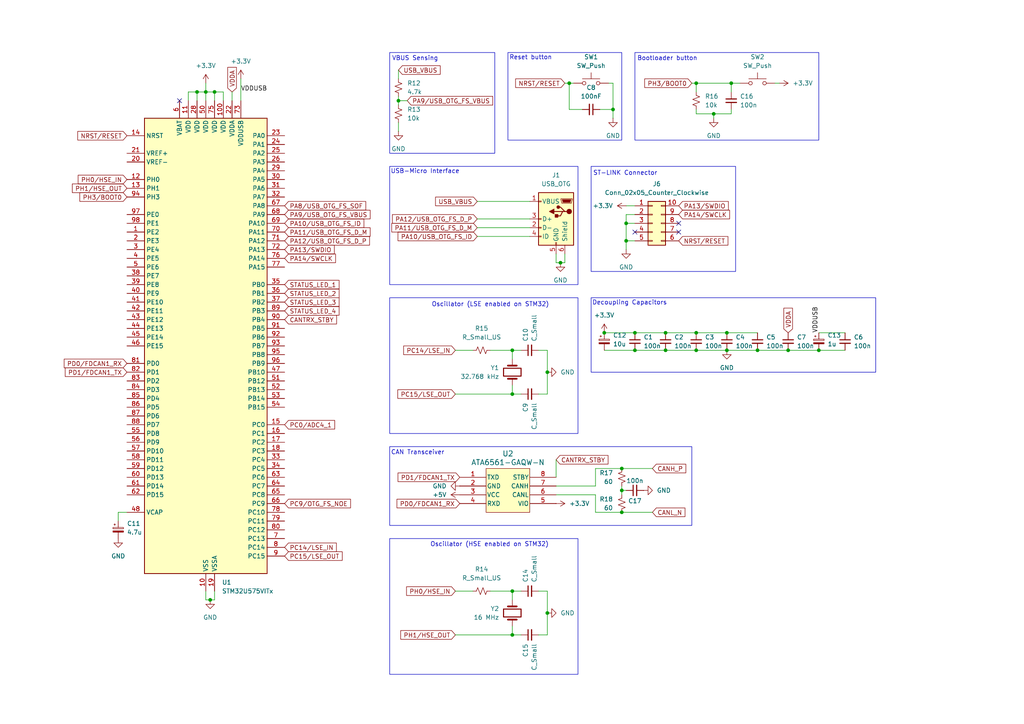
<source format=kicad_sch>
(kicad_sch (version 20250114) (generator "eeschema") (generator_version "9.0")
  (paper "A4")
  (lib_symbols
    (symbol "2025-06-09_05-00-51:ATA6561-GAQW-N" (pin_names (offset 0.254))
      (property "Reference" "U2" (at 13.97 6.858 0))
      (property "Value" "ATA6561-GAQW-N" (at 13.97 4.318 0))
      (symbol "ATA6561-GAQW-N_0_1"
        (pin unspecified line (at 0 0 0) (length 7.62) (name "TXD") (number "1"))
        (pin power_out line (at 0 -2.54 0) (length 7.62) (name "GND") (number "2"))
        (pin power_in line (at 0 -5.08 0) (length 7.62) (name "VCC") (number "3"))
        (pin unspecified line (at 0 -7.62 0) (length 7.62) (name "RXD") (number "4"))
        (pin unspecified line (at 27.94 0 180) (length 7.62) (name "STBY") (number "8"))
        (pin unspecified line (at 27.94 -2.54 180) (length 7.62) (name "CANH") (number "7"))
        (pin unspecified line (at 27.94 -5.08 180) (length 7.62) (name "CANL") (number "6"))
        (pin unspecified line (at 27.94 -7.62 180) (length 7.62) (name "VIO") (number "5"))
      )
      (symbol "ATA6561-GAQW-N_1_1"
        (rectangle (start 7.62 2.54) (end 20.32 -10.16) (fill (type background)))
      )
    )
    (symbol "Connector:USB_OTG" (pin_names (offset 1.016))
      (property "Reference" "J" (at -5.08 11.43 0))
      (property "Value" "USB_OTG" (at -5.08 8.89 0))
      (symbol "USB_OTG_0_1"
        (rectangle (start -5.08 -7.62) (end 5.08 7.62) (stroke (width 0.254)) (fill (type background)))
        (polyline (pts (xy -4.699 5.842) (xy -4.699 5.588) (xy -4.445 4.826) (xy -4.445 4.572) (xy -1.651 4.572) (xy -1.651 4.826) (xy -1.397 5.588) (xy -1.397 5.842) (xy -4.699 5.842)))
        (polyline (pts (xy -4.318 5.588) (xy -1.778 5.588) (xy -2.032 4.826) (xy -4.064 4.826) (xy -4.318 5.588)) (fill (type outline)))
        (circle (center -3.81 2.159) (radius 0.635) (stroke (width 0.254)) (fill (type outline)))
        (polyline (pts (xy -3.175 2.159) (xy -2.54 2.159) (xy -1.27 3.429) (xy -0.635 3.429)) (stroke (width 0.254)))
        (polyline (pts (xy -2.54 2.159) (xy -1.905 2.159) (xy -1.27 0.889) (xy 0 0.889)) (stroke (width 0.254)))
        (polyline (pts (xy -1.905 2.159) (xy 0.635 2.159)) (stroke (width 0.254)))
        (circle (center -0.635 3.429) (radius 0.381) (stroke (width 0.254)) (fill (type outline)))
        (rectangle (start -0.127 -7.62) (end 0.127 -6.858))
        (rectangle (start 0.254 1.27) (end -0.508 0.508) (stroke (width 0.254)) (fill (type outline)))
        (polyline (pts (xy 0.635 2.794) (xy 0.635 1.524) (xy 1.905 2.159) (xy 0.635 2.794)) (stroke (width 0.254)) (fill (type outline)))
        (rectangle (start 5.08 4.953) (end 4.318 5.207))
        (rectangle (start 5.08 -0.127) (end 4.318 0.127))
        (rectangle (start 5.08 -2.667) (end 4.318 -2.413))
        (rectangle (start 5.08 -5.207) (end 4.318 -4.953))
      )
      (symbol "USB_OTG_1_1"
        (pin passive line (at -2.54 -10.16 90) (length 2.54) (name "Shield") (number "6"))
        (pin passive line (at 0 -10.16 90) (length 2.54) (name "GND") (number "5"))
        (pin passive line (at 7.62 5.08 180) (length 2.54) (name "VBUS") (number "1"))
        (pin bidirectional line (at 7.62 0 180) (length 2.54) (name "D+") (number "3"))
        (pin bidirectional line (at 7.62 -2.54 180) (length 2.54) (name "D-") (number "2"))
        (pin passive line (at 7.62 -5.08 180) (length 2.54) (name "ID") (number "4"))
      )
    )
    (symbol "Connector_Generic:Conn_02x05_Counter_Clockwise" (pin_names (offset 1.016) (hide yes))
      (property "Reference" "J" (at 1.27 7.62 0))
      (property "Value" "Conn_02x05_Counter_Clockwise" (at 1.27 -7.62 0))
      (symbol "Conn_02x05_Counter_Clockwise_1_1"
        (rectangle (start -1.27 6.35) (end 3.81 -6.35) (stroke (width 0.254)) (fill (type background)))
        (rectangle (start -1.27 5.207) (end 0 4.953) (stroke (width 0.1524)))
        (rectangle (start -1.27 2.667) (end 0 2.413) (stroke (width 0.1524)))
        (rectangle (start -1.27 0.127) (end 0 -0.127) (stroke (width 0.1524)))
        (rectangle (start -1.27 -2.413) (end 0 -2.667) (stroke (width 0.1524)))
        (rectangle (start -1.27 -4.953) (end 0 -5.207) (stroke (width 0.1524)))
        (rectangle (start 3.81 5.207) (end 2.54 4.953) (stroke (width 0.1524)))
        (rectangle (start 3.81 2.667) (end 2.54 2.413) (stroke (width 0.1524)))
        (rectangle (start 3.81 0.127) (end 2.54 -0.127) (stroke (width 0.1524)))
        (rectangle (start 3.81 -2.413) (end 2.54 -2.667) (stroke (width 0.1524)))
        (rectangle (start 3.81 -4.953) (end 2.54 -5.207) (stroke (width 0.1524)))
        (pin passive line (at -5.08 5.08 0) (length 3.81) (name "Pin_1") (number "1"))
        (pin passive line (at -5.08 2.54 0) (length 3.81) (name "Pin_2") (number "2"))
        (pin passive line (at -5.08 0 0) (length 3.81) (name "Pin_3") (number "3"))
        (pin passive line (at -5.08 -2.54 0) (length 3.81) (name "Pin_4") (number "4"))
        (pin passive line (at -5.08 -5.08 0) (length 3.81) (name "Pin_5") (number "5"))
        (pin passive line (at 7.62 5.08 180) (length 3.81) (name "Pin_10") (number "10"))
        (pin passive line (at 7.62 2.54 180) (length 3.81) (name "Pin_9") (number "9"))
        (pin passive line (at 7.62 0 180) (length 3.81) (name "Pin_8") (number "8"))
        (pin passive line (at 7.62 -2.54 180) (length 3.81) (name "Pin_7") (number "7"))
        (pin passive line (at 7.62 -5.08 180) (length 3.81) (name "Pin_6") (number "6"))
      )
    )
    (symbol "Device:C_Polarized_Small" (pin_numbers (hide yes)) (pin_names (offset 0.254) (hide yes))
      (property "Reference" "C" (at 0.254 1.778 0))
      (property "Value" "C_Polarized_Small" (at 0.254 -2.032 0))
      (symbol "C_Polarized_Small_0_1"
        (rectangle (start -1.524 0.6858) (end 1.524 0.3048))
        (rectangle (start -1.524 -0.3048) (end 1.524 -0.6858) (fill (type outline)))
        (polyline (pts (xy -1.27 1.524) (xy -0.762 1.524)))
        (polyline (pts (xy -1.016 1.27) (xy -1.016 1.778)))
      )
      (symbol "C_Polarized_Small_1_1"
        (pin passive line (at 0 2.54 270) (length 1.8542) (name "~") (number "1"))
        (pin passive line (at 0 -2.54 90) (length 1.8542) (name "~") (number "2"))
      )
    )
    (symbol "Device:C_Small" (pin_numbers (hide yes)) (pin_names (offset 0.254) (hide yes))
      (property "Reference" "C" (at 0.254 1.778 0))
      (property "Value" "C_Small" (at 0.254 -2.032 0))
      (symbol "C_Small_0_1"
        (polyline (pts (xy -1.524 0.508) (xy 1.524 0.508)) (stroke (width 0.3048)))
        (polyline (pts (xy -1.524 -0.508) (xy 1.524 -0.508)) (stroke (width 0.3302)))
      )
      (symbol "C_Small_1_1"
        (pin passive line (at 0 2.54 270) (length 2.032) (name "~") (number "1"))
        (pin passive line (at 0 -2.54 90) (length 2.032) (name "~") (number "2"))
      )
    )
    (symbol "Device:Crystal" (pin_numbers (hide yes)) (pin_names (offset 1.016) (hide yes))
      (property "Reference" "Y" (at 0 3.81 0))
      (property "Value" "Crystal" (at 0 -3.81 0))
      (symbol "Crystal_0_1"
        (polyline (pts (xy -2.54 0) (xy -1.905 0)))
        (polyline (pts (xy -1.905 -1.27) (xy -1.905 1.27)) (stroke (width 0.508)))
        (rectangle (start -1.143 2.54) (end 1.143 -2.54) (stroke (width 0.3048)))
        (polyline (pts (xy 1.905 -1.27) (xy 1.905 1.27)) (stroke (width 0.508)))
        (polyline (pts (xy 2.54 0) (xy 1.905 0)))
      )
      (symbol "Crystal_1_1"
        (pin passive line (at -3.81 0 0) (length 1.27) (name "1") (number "1"))
        (pin passive line (at 3.81 0 180) (length 1.27) (name "2") (number "2"))
      )
    )
    (symbol "Device:R_Small_US" (pin_numbers (hide yes)) (pin_names (offset 0.254) (hide yes))
      (property "Reference" "R" (at 0.762 0.508 0))
      (property "Value" "R_Small_US" (at 0.762 -1.016 0))
      (symbol "R_Small_US_1_1"
        (polyline (pts (xy 0 1.524) (xy 1.016 1.143) (xy 0 0.762) (xy -1.016 0.381) (xy 0 0)))
        (polyline (pts (xy 0 0) (xy 1.016 -0.381) (xy 0 -0.762) (xy -1.016 -1.143) (xy 0 -1.524)))
        (pin passive line (at 0 2.54 270) (length 1.016) (name "~") (number "1"))
        (pin passive line (at 0 -2.54 90) (length 1.016) (name "~") (number "2"))
      )
    )
    (symbol "MCU_ST_STM32U5:STM32U575VITx"
      (property "Reference" "U" (at -17.78 67.31 0))
      (property "Value" "STM32U575VITx" (at 12.7 67.31 0))
      (symbol "STM32U575VITx_0_1"
        (rectangle (start -17.78 -66.04) (end 17.78 66.04) (stroke (width 0.254)) (fill (type background)))
      )
      (symbol "STM32U575VITx_1_1"
        (pin input line (at -22.86 60.96 0) (length 5.08) (name "NRST") (number "14"))
        (pin input line (at -22.86 55.88 0) (length 5.08) (name "VREF+") (number "21"))
        (pin input line (at -22.86 53.34 0) (length 5.08) (name "VREF-") (number "20"))
        (pin bidirectional line (at -22.86 48.26 0) (length 5.08) (name "PH0") (number "12"))
        (pin bidirectional line (at -22.86 45.72 0) (length 5.08) (name "PH1") (number "13"))
        (pin bidirectional line (at -22.86 43.18 0) (length 5.08) (name "PH3") (number "94"))
        (pin bidirectional line (at -22.86 38.1 0) (length 5.08) (name "PE0") (number "97"))
        (pin bidirectional line (at -22.86 35.56 0) (length 5.08) (name "PE1") (number "98"))
        (pin bidirectional line (at -22.86 33.02 0) (length 5.08) (name "PE2") (number "1"))
        (pin bidirectional line (at -22.86 30.48 0) (length 5.08) (name "PE3") (number "2"))
        (pin bidirectional line (at -22.86 27.94 0) (length 5.08) (name "PE4") (number "3"))
        (pin bidirectional line (at -22.86 25.4 0) (length 5.08) (name "PE5") (number "4"))
        (pin bidirectional line (at -22.86 22.86 0) (length 5.08) (name "PE6") (number "5"))
        (pin bidirectional line (at -22.86 20.32 0) (length 5.08) (name "PE7") (number "38"))
        (pin bidirectional line (at -22.86 17.78 0) (length 5.08) (name "PE8") (number "39"))
        (pin bidirectional line (at -22.86 15.24 0) (length 5.08) (name "PE9") (number "40"))
        (pin bidirectional line (at -22.86 12.7 0) (length 5.08) (name "PE10") (number "41"))
        (pin bidirectional line (at -22.86 10.16 0) (length 5.08) (name "PE11") (number "42"))
        (pin bidirectional line (at -22.86 7.62 0) (length 5.08) (name "PE12") (number "43"))
        (pin bidirectional line (at -22.86 5.08 0) (length 5.08) (name "PE13") (number "44"))
        (pin bidirectional line (at -22.86 2.54 0) (length 5.08) (name "PE14") (number "45"))
        (pin bidirectional line (at -22.86 0 0) (length 5.08) (name "PE15") (number "46"))
        (pin bidirectional line (at -22.86 -5.08 0) (length 5.08) (name "PD0") (number "81"))
        (pin bidirectional line (at -22.86 -7.62 0) (length 5.08) (name "PD1") (number "82"))
        (pin bidirectional line (at -22.86 -10.16 0) (length 5.08) (name "PD2") (number "83"))
        (pin bidirectional line (at -22.86 -12.7 0) (length 5.08) (name "PD3") (number "84"))
        (pin bidirectional line (at -22.86 -15.24 0) (length 5.08) (name "PD4") (number "85"))
        (pin bidirectional line (at -22.86 -17.78 0) (length 5.08) (name "PD5") (number "86"))
        (pin bidirectional line (at -22.86 -20.32 0) (length 5.08) (name "PD6") (number "87"))
        (pin bidirectional line (at -22.86 -22.86 0) (length 5.08) (name "PD7") (number "88"))
        (pin bidirectional line (at -22.86 -25.4 0) (length 5.08) (name "PD8") (number "55"))
        (pin bidirectional line (at -22.86 -27.94 0) (length 5.08) (name "PD9") (number "56"))
        (pin bidirectional line (at -22.86 -30.48 0) (length 5.08) (name "PD10") (number "57"))
        (pin bidirectional line (at -22.86 -33.02 0) (length 5.08) (name "PD11") (number "58"))
        (pin bidirectional line (at -22.86 -35.56 0) (length 5.08) (name "PD12") (number "59"))
        (pin bidirectional line (at -22.86 -38.1 0) (length 5.08) (name "PD13") (number "60"))
        (pin bidirectional line (at -22.86 -40.64 0) (length 5.08) (name "PD14") (number "61"))
        (pin bidirectional line (at -22.86 -43.18 0) (length 5.08) (name "PD15") (number "62"))
        (pin power_out line (at -22.86 -48.26 0) (length 5.08) (name "VCAP") (number "48"))
        (pin power_in line (at -7.62 71.12 270) (length 5.08) (name "VBAT") (number "6"))
        (pin power_in line (at -5.08 71.12 270) (length 5.08) (name "VDD") (number "11"))
        (pin power_in line (at -2.54 71.12 270) (length 5.08) (name "VDD") (number "28"))
        (pin power_in line (at 0 71.12 270) (length 5.08) (name "VDD") (number "50"))
        (pin power_in line (at 0 -71.12 90) (length 5.08) (name "VSS") (number "10"))
        (pin passive line (at 0 -71.12 90) (length 5.08) (hide yes) (name "VSS") (number "27"))
        (pin passive line (at 0 -71.12 90) (length 5.08) (hide yes) (name "VSS") (number "49"))
        (pin passive line (at 0 -71.12 90) (length 5.08) (hide yes) (name "VSS") (number "74"))
        (pin passive line (at 0 -71.12 90) (length 5.08) (hide yes) (name "VSS") (number "99"))
        (pin power_in line (at 2.54 71.12 270) (length 5.08) (name "VDD") (number "75"))
        (pin power_in line (at 2.54 -71.12 90) (length 5.08) (name "VSSA") (number "19"))
        (pin power_in line (at 5.08 71.12 270) (length 5.08) (name "VDD") (number "100"))
        (pin power_in line (at 7.62 71.12 270) (length 5.08) (name "VDDA") (number "22"))
        (pin power_in line (at 10.16 71.12 270) (length 5.08) (name "VDDUSB") (number "73"))
        (pin bidirectional line (at 22.86 60.96 180) (length 5.08) (name "PA0") (number "23"))
        (pin bidirectional line (at 22.86 58.42 180) (length 5.08) (name "PA1") (number "24"))
        (pin bidirectional line (at 22.86 55.88 180) (length 5.08) (name "PA2") (number "25"))
        (pin bidirectional line (at 22.86 53.34 180) (length 5.08) (name "PA3") (number "26"))
        (pin bidirectional line (at 22.86 50.8 180) (length 5.08) (name "PA4") (number "29"))
        (pin bidirectional line (at 22.86 48.26 180) (length 5.08) (name "PA5") (number "30"))
        (pin bidirectional line (at 22.86 45.72 180) (length 5.08) (name "PA6") (number "31"))
        (pin bidirectional line (at 22.86 43.18 180) (length 5.08) (name "PA7") (number "32"))
        (pin bidirectional line (at 22.86 40.64 180) (length 5.08) (name "PA8") (number "67"))
        (pin bidirectional line (at 22.86 38.1 180) (length 5.08) (name "PA9") (number "68"))
        (pin bidirectional line (at 22.86 35.56 180) (length 5.08) (name "PA10") (number "69"))
        (pin bidirectional line (at 22.86 33.02 180) (length 5.08) (name "PA11") (number "70"))
        (pin bidirectional line (at 22.86 30.48 180) (length 5.08) (name "PA12") (number "71"))
        (pin bidirectional line (at 22.86 27.94 180) (length 5.08) (name "PA13") (number "72"))
        (pin bidirectional line (at 22.86 25.4 180) (length 5.08) (name "PA14") (number "76"))
        (pin bidirectional line (at 22.86 22.86 180) (length 5.08) (name "PA15") (number "77"))
        (pin bidirectional line (at 22.86 17.78 180) (length 5.08) (name "PB0") (number "35"))
        (pin bidirectional line (at 22.86 15.24 180) (length 5.08) (name "PB1") (number "36"))
        (pin bidirectional line (at 22.86 12.7 180) (length 5.08) (name "PB2") (number "37"))
        (pin bidirectional line (at 22.86 10.16 180) (length 5.08) (name "PB3") (number "89"))
        (pin bidirectional line (at 22.86 7.62 180) (length 5.08) (name "PB4") (number "90"))
        (pin bidirectional line (at 22.86 5.08 180) (length 5.08) (name "PB5") (number "91"))
        (pin bidirectional line (at 22.86 2.54 180) (length 5.08) (name "PB6") (number "92"))
        (pin bidirectional line (at 22.86 0 180) (length 5.08) (name "PB7") (number "93"))
        (pin bidirectional line (at 22.86 -2.54 180) (length 5.08) (name "PB8") (number "95"))
        (pin bidirectional line (at 22.86 -5.08 180) (length 5.08) (name "PB9") (number "96"))
        (pin bidirectional line (at 22.86 -7.62 180) (length 5.08) (name "PB10") (number "47"))
        (pin bidirectional line (at 22.86 -10.16 180) (length 5.08) (name "PB12") (number "51"))
        (pin bidirectional line (at 22.86 -12.7 180) (length 5.08) (name "PB13") (number "52"))
        (pin bidirectional line (at 22.86 -15.24 180) (length 5.08) (name "PB14") (number "53"))
        (pin bidirectional line (at 22.86 -17.78 180) (length 5.08) (name "PB15") (number "54"))
        (pin bidirectional line (at 22.86 -22.86 180) (length 5.08) (name "PC0") (number "15"))
        (pin bidirectional line (at 22.86 -25.4 180) (length 5.08) (name "PC1") (number "16"))
        (pin bidirectional line (at 22.86 -27.94 180) (length 5.08) (name "PC2") (number "17"))
        (pin bidirectional line (at 22.86 -30.48 180) (length 5.08) (name "PC3") (number "18"))
        (pin bidirectional line (at 22.86 -33.02 180) (length 5.08) (name "PC4") (number "33"))
        (pin bidirectional line (at 22.86 -35.56 180) (length 5.08) (name "PC5") (number "34"))
        (pin bidirectional line (at 22.86 -38.1 180) (length 5.08) (name "PC6") (number "63"))
        (pin bidirectional line (at 22.86 -40.64 180) (length 5.08) (name "PC7") (number "64"))
        (pin bidirectional line (at 22.86 -43.18 180) (length 5.08) (name "PC8") (number "65"))
        (pin bidirectional line (at 22.86 -45.72 180) (length 5.08) (name "PC9") (number "66"))
        (pin bidirectional line (at 22.86 -48.26 180) (length 5.08) (name "PC10") (number "78"))
        (pin bidirectional line (at 22.86 -50.8 180) (length 5.08) (name "PC11") (number "79"))
        (pin bidirectional line (at 22.86 -53.34 180) (length 5.08) (name "PC12") (number "80"))
        (pin bidirectional line (at 22.86 -55.88 180) (length 5.08) (name "PC13") (number "7"))
        (pin bidirectional line (at 22.86 -58.42 180) (length 5.08) (name "PC14") (number "8"))
        (pin bidirectional line (at 22.86 -60.96 180) (length 5.08) (name "PC15") (number "9"))
      )
    )
    (symbol "Switch:SW_Push" (pin_numbers (hide yes)) (pin_names (offset 1.016) (hide yes))
      (property "Reference" "SW" (at 1.27 2.54 0))
      (property "Value" "SW_Push" (at 0 -1.524 0))
      (symbol "SW_Push_0_1"
        (circle (center -2.032 0) (radius 0.508))
        (polyline (pts (xy 0 1.27) (xy 0 3.048)))
        (circle (center 2.032 0) (radius 0.508))
        (polyline (pts (xy 2.54 1.27) (xy -2.54 1.27)))
        (pin passive line (at -5.08 0 0) (length 2.54) (name "1") (number "1"))
        (pin passive line (at 5.08 0 180) (length 2.54) (name "2") (number "2"))
      )
    )
    (symbol "power:+3.3V" (power) (pin_numbers (hide yes)) (pin_names (offset 0) (hide yes))
      (property "Value" "+3.3V" (at 0 3.556 0))
      (symbol "+3.3V_0_1"
        (polyline (pts (xy -0.762 1.27) (xy 0 2.54)))
        (polyline (pts (xy 0 2.54) (xy 0.762 1.27)))
        (polyline (pts (xy 0 0) (xy 0 2.54)))
      )
      (symbol "+3.3V_1_1"
        (pin power_in line (at 0 0 90) (length 0) (name "~") (number "1"))
      )
    )
    (symbol "power:+5V" (power) (pin_numbers (hide yes)) (pin_names (offset 0) (hide yes))
      (property "Value" "+5V" (at 0 3.556 0))
      (symbol "+5V_0_1"
        (polyline (pts (xy -0.762 1.27) (xy 0 2.54)))
        (polyline (pts (xy 0 2.54) (xy 0.762 1.27)))
        (polyline (pts (xy 0 0) (xy 0 2.54)))
      )
      (symbol "+5V_1_1"
        (pin power_in line (at 0 0 90) (length 0) (name "~") (number "1"))
      )
    )
    (symbol "power:GND" (power) (pin_numbers (hide yes)) (pin_names (offset 0) (hide yes))
      (property "Value" "GND" (at 0 -3.81 0))
      (symbol "GND_0_1"
        (polyline (pts (xy 0 0) (xy 0 -1.27) (xy 1.27 -1.27) (xy 0 -2.54) (xy -1.27 -1.27) (xy 0 -1.27)))
      )
      (symbol "GND_1_1"
        (pin power_in line (at 0 0 270) (length 0) (name "~") (number "1"))
      )
    )
  )
  (rectangle (start 147.32 15.24) (end 180.34 40.64))
  (rectangle (start 113.03 86.36) (end 167.64 125.73))
  (rectangle (start 113.03 129.54) (end 200.66 152.4))
  (rectangle (start 113.03 48.26) (end 167.64 82.55))
  (rectangle (start 171.45 48.26) (end 213.36 78.74))
  (rectangle (start 171.45 86.36) (end 254 107.95))
  (rectangle (start 113.03 15.24) (end 143.51 44.45))
  (rectangle (start 113.03 156.21) (end 167.64 195.58))
  (rectangle (start 184.15 15.24) (end 237.49 40.64))
  (text "CAN Transceiver" (at 121.158 131.318 0) (effects (font (size 1.27 1.27))))
  (text "VBUS Sensing" (at 120.396 17.018 0) (effects (font (size 1.27 1.27))))
  (text "USB-Micro Interface" (at 113.284 49.784 0) (effects (font (size 1.27 1.27)) (justify left)))
  (text "Reset button" (at 153.924 16.764 0) (effects (font (size 1.27 1.27))))
  (text "Bootloader button" (at 193.548 17.018 0) (effects (font (size 1.27 1.27))))
  (text "ST-LINK Connector" (at 181.356 50.292 0) (effects (font (size 1.27 1.27))))
  (text "Decoupling Capacitors" (at 182.626 87.884 0) (effects (font (size 1.27 1.27))))
  (text "Oscillator (HSE enabled on STM32)" (at 141.986 157.988 0) (effects (font (size 1.27 1.27))))
  (text "Oscillator (LSE enabled on STM32)" (at 142.24 88.392 0) (effects (font (size 1.27 1.27))))
  (junction (at 181.61 69.85))
  (junction (at 148.59 114.3))
  (junction (at 180.34 142.24))
  (junction (at 180.34 148.59))
  (junction (at 201.93 101.6))
  (junction (at 148.59 101.6))
  (junction (at 237.49 101.6))
  (junction (at 180.34 135.89))
  (junction (at 193.04 101.6))
  (junction (at 148.59 184.15))
  (junction (at 59.69 26.67))
  (junction (at 184.15 96.52))
  (junction (at 60.96 173.99))
  (junction (at 193.04 96.52))
  (junction (at 158.75 177.8))
  (junction (at 201.93 24.13))
  (junction (at 184.15 101.6))
  (junction (at 57.15 26.67))
  (junction (at 210.82 101.6))
  (junction (at 148.59 171.45))
  (junction (at 165.1 24.13))
  (junction (at 207.01 33.02))
  (junction (at 210.82 96.52))
  (junction (at 162.56 76.2))
  (junction (at 219.71 101.6))
  (junction (at 62.23 26.67))
  (junction (at 228.6 101.6))
  (junction (at 181.61 64.77))
  (junction (at 212.09 24.13))
  (junction (at 115.57 29.21))
  (junction (at 158.75 107.95))
  (junction (at 175.26 96.52))
  (junction (at 201.93 96.52))
  (junction (at 177.8 31.75))
  (no_connect (at 196.85 64.77))
  (no_connect (at 184.15 67.31))
  (no_connect (at 52.07 29.21))
  (no_connect (at 196.85 67.31))
  (wire (pts (xy 207.01 33.02) (xy 201.93 33.02)))
  (wire (pts (xy 153.67 63.5) (xy 138.43 63.5)))
  (wire (pts (xy 62.23 26.67) (xy 62.23 29.21)))
  (wire (pts (xy 165.1 24.13) (xy 165.1 31.75)))
  (wire (pts (xy 34.29 148.59) (xy 34.29 151.13)))
  (wire (pts (xy 158.75 114.3) (xy 156.21 114.3)))
  (wire (pts (xy 59.69 173.99) (xy 60.96 173.99)))
  (wire (pts (xy 177.8 34.29) (xy 177.8 31.75)))
  (wire (pts (xy 212.09 33.02) (xy 212.09 31.75)))
  (wire (pts (xy 158.75 184.15) (xy 156.21 184.15)))
  (wire (pts (xy 162.56 76.2) (xy 163.83 76.2)))
  (wire (pts (xy 161.29 143.51) (xy 172.72 143.51)))
  (wire (pts (xy 180.34 140.97) (xy 180.34 142.24)))
  (wire (pts (xy 115.57 35.56) (xy 115.57 38.1)))
  (wire (pts (xy 115.57 27.94) (xy 115.57 29.21)))
  (wire (pts (xy 57.15 26.67) (xy 57.15 29.21)))
  (wire (pts (xy 219.71 101.6) (xy 228.6 101.6)))
  (wire (pts (xy 132.08 114.3) (xy 148.59 114.3)))
  (wire (pts (xy 153.67 66.04) (xy 138.43 66.04)))
  (wire (pts (xy 177.8 31.75) (xy 177.8 24.13)))
  (wire (pts (xy 180.34 148.59) (xy 189.23 148.59)))
  (wire (pts (xy 181.61 64.77) (xy 181.61 69.85)))
  (wire (pts (xy 148.59 111.76) (xy 148.59 114.3)))
  (wire (pts (xy 142.24 171.45) (xy 148.59 171.45)))
  (wire (pts (xy 212.09 24.13) (xy 212.09 26.67)))
  (wire (pts (xy 193.04 96.52) (xy 201.93 96.52)))
  (wire (pts (xy 184.15 62.23) (xy 181.61 62.23)))
  (wire (pts (xy 181.61 72.39) (xy 181.61 69.85)))
  (wire (pts (xy 115.57 29.21) (xy 118.11 29.21)))
  (wire (pts (xy 161.29 76.2) (xy 162.56 76.2)))
  (wire (pts (xy 148.59 173.99) (xy 148.59 171.45)))
  (wire (pts (xy 165.1 24.13) (xy 166.37 24.13)))
  (wire (pts (xy 201.93 96.52) (xy 210.82 96.52)))
  (wire (pts (xy 148.59 184.15) (xy 151.13 184.15)))
  (wire (pts (xy 62.23 173.99) (xy 62.23 171.45)))
  (wire (pts (xy 148.59 171.45) (xy 151.13 171.45)))
  (wire (pts (xy 64.77 26.67) (xy 64.77 29.21)))
  (wire (pts (xy 54.61 26.67) (xy 54.61 29.21)))
  (wire (pts (xy 54.61 26.67) (xy 57.15 26.67)))
  (wire (pts (xy 69.85 22.86) (xy 69.85 29.21)))
  (wire (pts (xy 153.67 58.42) (xy 138.43 58.42)))
  (wire (pts (xy 200.66 24.13) (xy 201.93 24.13)))
  (wire (pts (xy 67.31 26.67) (xy 67.31 29.21)))
  (wire (pts (xy 201.93 24.13) (xy 201.93 26.67)))
  (wire (pts (xy 201.93 24.13) (xy 212.09 24.13)))
  (wire (pts (xy 207.01 33.02) (xy 207.01 34.29)))
  (wire (pts (xy 210.82 96.52) (xy 219.71 96.52)))
  (wire (pts (xy 180.34 142.24) (xy 180.34 143.51)))
  (wire (pts (xy 237.49 96.52) (xy 245.11 96.52)))
  (wire (pts (xy 115.57 29.21) (xy 115.57 30.48)))
  (wire (pts (xy 210.82 101.6) (xy 219.71 101.6)))
  (wire (pts (xy 158.75 171.45) (xy 158.75 177.8)))
  (wire (pts (xy 172.72 148.59) (xy 180.34 148.59)))
  (wire (pts (xy 184.15 101.6) (xy 193.04 101.6)))
  (wire (pts (xy 181.61 62.23) (xy 181.61 64.77)))
  (wire (pts (xy 57.15 26.67) (xy 59.69 26.67)))
  (wire (pts (xy 36.83 148.59) (xy 34.29 148.59)))
  (wire (pts (xy 228.6 101.6) (xy 237.49 101.6)))
  (wire (pts (xy 158.75 107.95) (xy 158.75 114.3)))
  (wire (pts (xy 142.24 101.6) (xy 148.59 101.6)))
  (wire (pts (xy 201.93 33.02) (xy 201.93 31.75)))
  (wire (pts (xy 189.23 135.89) (xy 180.34 135.89)))
  (wire (pts (xy 62.23 26.67) (xy 64.77 26.67)))
  (wire (pts (xy 148.59 114.3) (xy 151.13 114.3)))
  (wire (pts (xy 132.08 101.6) (xy 137.16 101.6)))
  (wire (pts (xy 148.59 104.14) (xy 148.59 101.6)))
  (wire (pts (xy 59.69 26.67) (xy 59.69 29.21)))
  (wire (pts (xy 163.83 24.13) (xy 165.1 24.13)))
  (wire (pts (xy 148.59 181.61) (xy 148.59 184.15)))
  (wire (pts (xy 175.26 96.52) (xy 184.15 96.52)))
  (wire (pts (xy 172.72 140.97) (xy 172.72 135.89)))
  (wire (pts (xy 184.15 96.52) (xy 193.04 96.52)))
  (wire (pts (xy 173.99 31.75) (xy 177.8 31.75)))
  (wire (pts (xy 181.61 64.77) (xy 184.15 64.77)))
  (wire (pts (xy 148.59 101.6) (xy 151.13 101.6)))
  (wire (pts (xy 207.01 33.02) (xy 212.09 33.02)))
  (wire (pts (xy 237.49 101.6) (xy 245.11 101.6)))
  (wire (pts (xy 161.29 133.35) (xy 161.29 138.43)))
  (wire (pts (xy 161.29 73.66) (xy 161.29 76.2)))
  (wire (pts (xy 156.21 101.6) (xy 158.75 101.6)))
  (wire (pts (xy 181.61 59.69) (xy 184.15 59.69)))
  (wire (pts (xy 181.61 69.85) (xy 184.15 69.85)))
  (wire (pts (xy 172.72 143.51) (xy 172.72 148.59)))
  (wire (pts (xy 156.21 171.45) (xy 158.75 171.45)))
  (wire (pts (xy 172.72 135.89) (xy 180.34 135.89)))
  (wire (pts (xy 177.8 24.13) (xy 176.53 24.13)))
  (wire (pts (xy 180.34 142.24) (xy 181.61 142.24)))
  (wire (pts (xy 201.93 101.6) (xy 210.82 101.6)))
  (wire (pts (xy 115.57 20.32) (xy 115.57 22.86)))
  (wire (pts (xy 59.69 171.45) (xy 59.69 173.99)))
  (wire (pts (xy 224.79 24.13) (xy 226.06 24.13)))
  (wire (pts (xy 158.75 177.8) (xy 158.75 184.15)))
  (wire (pts (xy 132.08 184.15) (xy 148.59 184.15)))
  (wire (pts (xy 153.67 68.58) (xy 138.43 68.58)))
  (wire (pts (xy 60.96 173.99) (xy 62.23 173.99)))
  (wire (pts (xy 161.29 140.97) (xy 172.72 140.97)))
  (wire (pts (xy 158.75 101.6) (xy 158.75 107.95)))
  (wire (pts (xy 163.83 76.2) (xy 163.83 73.66)))
  (wire (pts (xy 193.04 101.6) (xy 201.93 101.6)))
  (wire (pts (xy 59.69 24.13) (xy 59.69 26.67)))
  (wire (pts (xy 175.26 101.6) (xy 184.15 101.6)))
  (wire (pts (xy 132.08 171.45) (xy 137.16 171.45)))
  (wire (pts (xy 59.69 26.67) (xy 62.23 26.67)))
  (wire (pts (xy 165.1 31.75) (xy 168.91 31.75)))
  (wire (pts (xy 212.09 24.13) (xy 214.63 24.13)))
  (label "VDDUSB" (at 69.85 26.67 0))
  (label "VDDUSB" (at 237.49 96.52 90))
  (global_label "PA11{slash}USB_OTG_FS_D_M" (shape input) (at 138.43 66.04 180) (property "Intersheetrefs" "${INTERSHEET_REFS}" (effects (hide yes))))
  (global_label "PA10{slash}USB_OTG_FS_ID" (shape input) (at 82.55 64.77 0) (property "Intersheetrefs" "${INTERSHEET_REFS}" (effects (hide yes))))
  (global_label "PH0{slash}HSE_IN" (shape input) (at 36.83 52.07 180) (property "Intersheetrefs" "${INTERSHEET_REFS}" (effects (hide yes))))
  (global_label "PA8{slash}USB_OTG_FS_SOF" (shape input) (at 82.55 59.69 0) (property "Intersheetrefs" "${INTERSHEET_REFS}" (effects (hide yes))))
  (global_label "NRST{slash}RESET" (shape input) (at 36.83 39.37 180) (property "Intersheetrefs" "${INTERSHEET_REFS}" (effects (hide yes))))
  (global_label "STATUS_LED_4" (shape input) (at 82.55 90.17 0) (property "Intersheetrefs" "${INTERSHEET_REFS}" (effects (hide yes))))
  (global_label "PA14{slash}SWCLK" (shape input) (at 196.85 62.23 0) (property "Intersheetrefs" "${INTERSHEET_REFS}" (effects (hide yes))))
  (global_label "PD0{slash}FDCAN1_RX" (shape input) (at 133.35 146.05 180) (property "Intersheetrefs" "${INTERSHEET_REFS}" (effects (hide yes))))
  (global_label "PH3{slash}BOOT0" (shape input) (at 200.66 24.13 180) (property "Intersheetrefs" "${INTERSHEET_REFS}" (effects (hide yes))))
  (global_label "NRST{slash}RESET" (shape input) (at 163.83 24.13 180) (property "Intersheetrefs" "${INTERSHEET_REFS}" (effects (hide yes))))
  (global_label "PH0{slash}HSE_IN" (shape input) (at 132.08 171.45 180) (property "Intersheetrefs" "${INTERSHEET_REFS}" (effects (hide yes))))
  (global_label "VDDA" (shape input) (at 67.31 26.67 90) (property "Intersheetrefs" "${INTERSHEET_REFS}" (effects (hide yes))))
  (global_label "PA12{slash}USB_OTG_FS_D_P" (shape input) (at 138.43 63.5 180) (property "Intersheetrefs" "${INTERSHEET_REFS}" (effects (hide yes))))
  (global_label "PD1{slash}FDCAN1_TX" (shape input) (at 133.35 138.43 180) (property "Intersheetrefs" "${INTERSHEET_REFS}" (effects (hide yes))))
  (global_label "PC15{slash}LSE_OUT" (shape input) (at 82.55 161.29 0) (property "Intersheetrefs" "${INTERSHEET_REFS}" (effects (hide yes))))
  (global_label "CANL_N" (shape input) (at 189.23 148.59 0) (property "Intersheetrefs" "${INTERSHEET_REFS}" (effects (hide yes))))
  (global_label "STATUS_LED_1" (shape input) (at 82.55 82.55 0) (property "Intersheetrefs" "${INTERSHEET_REFS}" (effects (hide yes))))
  (global_label "PD1{slash}FDCAN1_TX" (shape input) (at 36.83 107.95 180) (property "Intersheetrefs" "${INTERSHEET_REFS}" (effects (hide yes))))
  (global_label "STATUS_LED_2" (shape input) (at 82.55 85.09 0) (property "Intersheetrefs" "${INTERSHEET_REFS}" (effects (hide yes))))
  (global_label "PC14{slash}LSE_IN" (shape input) (at 82.55 158.75 0) (property "Intersheetrefs" "${INTERSHEET_REFS}" (effects (hide yes))))
  (global_label "PC14{slash}LSE_IN" (shape input) (at 132.08 101.6 180) (property "Intersheetrefs" "${INTERSHEET_REFS}" (effects (hide yes))))
  (global_label "PD0{slash}FDCAN1_RX" (shape input) (at 36.83 105.41 180) (property "Intersheetrefs" "${INTERSHEET_REFS}" (effects (hide yes))))
  (global_label "PH1{slash}HSE_OUT" (shape input) (at 132.08 184.15 180) (property "Intersheetrefs" "${INTERSHEET_REFS}" (effects (hide yes))))
  (global_label "PA9{slash}USB_OTG_FS_VBUS" (shape input) (at 82.55 62.23 0) (property "Intersheetrefs" "${INTERSHEET_REFS}" (effects (hide yes))))
  (global_label "STATUS_LED_3" (shape input) (at 82.55 87.63 0) (property "Intersheetrefs" "${INTERSHEET_REFS}" (effects (hide yes))))
  (global_label "PA11{slash}USB_OTG_FS_D_M" (shape input) (at 82.55 67.31 0) (property "Intersheetrefs" "${INTERSHEET_REFS}" (effects (hide yes))))
  (global_label "VDDA" (shape input) (at 228.6 96.52 90) (property "Intersheetrefs" "${INTERSHEET_REFS}" (effects (hide yes))))
  (global_label "PC0{slash}ADC4_1" (shape input) (at 82.55 123.19 0) (property "Intersheetrefs" "${INTERSHEET_REFS}" (effects (hide yes))))
  (global_label "USB_VBUS" (shape input) (at 115.57 20.32 0) (property "Intersheetrefs" "${INTERSHEET_REFS}" (effects (hide yes))))
  (global_label "PA9{slash}USB_OTG_FS_VBUS" (shape input) (at 118.11 29.21 0) (property "Intersheetrefs" "${INTERSHEET_REFS}" (effects (hide yes))))
  (global_label "CANTRX_STBY" (shape input) (at 82.55 92.71 0) (property "Intersheetrefs" "${INTERSHEET_REFS}" (effects (hide yes))))
  (global_label "PA12{slash}USB_OTG_FS_D_P" (shape input) (at 82.55 69.85 0) (property "Intersheetrefs" "${INTERSHEET_REFS}" (effects (hide yes))))
  (global_label "USB_VBUS" (shape input) (at 138.43 58.42 180) (property "Intersheetrefs" "${INTERSHEET_REFS}" (effects (hide yes))))
  (global_label "PC15{slash}LSE_OUT" (shape input) (at 132.08 114.3 180) (property "Intersheetrefs" "${INTERSHEET_REFS}" (effects (hide yes))))
  (global_label "PC9{slash}OTG_FS_NOE" (shape input) (at 82.55 146.05 0) (property "Intersheetrefs" "${INTERSHEET_REFS}" (effects (hide yes))))
  (global_label "PA14{slash}SWCLK" (shape input) (at 82.55 74.93 0) (property "Intersheetrefs" "${INTERSHEET_REFS}" (effects (hide yes))))
  (global_label "PA13{slash}SWDIO" (shape input) (at 82.55 72.39 0) (property "Intersheetrefs" "${INTERSHEET_REFS}" (effects (hide yes))))
  (global_label "PA13{slash}SWDIO" (shape input) (at 196.85 59.69 0) (property "Intersheetrefs" "${INTERSHEET_REFS}" (effects (hide yes))))
  (global_label "PH3{slash}BOOT0" (shape input) (at 36.83 57.15 180) (property "Intersheetrefs" "${INTERSHEET_REFS}" (effects (hide yes))))
  (global_label "PH1{slash}HSE_OUT" (shape input) (at 36.83 54.61 180) (property "Intersheetrefs" "${INTERSHEET_REFS}" (effects (hide yes))))
  (global_label "CANTRX_STBY" (shape input) (at 161.29 133.35 0) (property "Intersheetrefs" "${INTERSHEET_REFS}" (effects (hide yes))))
  (global_label "PA10{slash}USB_OTG_FS_ID" (shape input) (at 138.43 68.58 180) (property "Intersheetrefs" "${INTERSHEET_REFS}" (effects (hide yes))))
  (global_label "NRST{slash}RESET" (shape input) (at 196.85 69.85 0) (property "Intersheetrefs" "${INTERSHEET_REFS}" (effects (hide yes))))
  (global_label "CANH_P" (shape input) (at 189.23 135.89 0) (property "Intersheetrefs" "${INTERSHEET_REFS}" (effects (hide yes))))
  (symbol (lib_id "Device:R_Small_US") (at 201.93 29.21 0) (unit 1)
    (property "Reference" "R16" (at 204.47 27.9399 0) (effects (justify left)))
    (property "Value" "10k" (at 204.47 30.4799 0) (effects (justify left)))
    (property "Footprint" "Resistor_SMD:R_0603_1608Metric" (effects (hide yes)))
    (property "Description" "Resistor, small US symbol" (effects (hide yes)))
  )
  (symbol (lib_id "MCU_ST_STM32U5:STM32U575VITx") (at 59.69 100.33 0) (unit 1)
    (property "Reference" "U1" (at 64.3733 168.91 0) (effects (justify left)))
    (property "Value" "STM32U575VITx" (at 64.3733 171.45 0) (effects (justify left)))
    (property "Footprint" "Package_QFP:LQFP-100_14x14mm_P0.5mm" (effects (hide yes)))
    (property "Datasheet" "https://www.st.com/resource/en/datasheet/stm32u575vi.pdf" (effects (hide yes)))
    (property "Description" "STMicroelectronics Arm Cortex-M33 MCU, 2048KB flash, 786KB RAM, 160 MHz, 1.71-3.6V, 82 GPIO, LQFP100" (effects (hide yes)))
  )
  (symbol (lib_id "power:+5V") (at 133.35 143.51 90) (unit 1)
    (property "Reference" "#PWR023" (effects (hide yes)))
    (property "Value" "+5V" (at 129.54 143.5099 90) (effects (justify left)))
    (property "Description" "Power symbol creates a global label with name \"+5V\"" (effects (hide yes)))
  )
  (symbol (lib_id "power:GND") (at 162.56 76.2 0) (unit 1)
    (property "Reference" "#PWR04" (effects (hide yes)))
    (property "Value" "GND" (at 162.56 81.28 0))
    (property "Description" "Power symbol creates a global label with name \"GND\" , ground" (effects (hide yes)))
  )
  (symbol (lib_id "Device:R_Small_US") (at 180.34 138.43 0) (mirror y) (unit 1)
    (property "Reference" "R17" (at 177.8 137.1599 0) (effects (justify left)))
    (property "Value" "60" (at 177.8 139.6999 0) (effects (justify left)))
    (property "Footprint" "Resistor_SMD:R_0603_1608Metric" (effects (hide yes)))
    (property "Description" "Resistor, small US symbol" (effects (hide yes)))
  )
  (symbol (lib_id "power:GND") (at 34.29 156.21 0) (unit 1)
    (property "Reference" "#PWR010" (effects (hide yes)))
    (property "Value" "GND" (at 34.29 161.29 0))
    (property "Description" "Power symbol creates a global label with name \"GND\" , ground" (effects (hide yes)))
  )
  (symbol (lib_id "power:GND") (at 207.01 34.29 0) (unit 1)
    (property "Reference" "#PWR017" (effects (hide yes)))
    (property "Value" "GND" (at 207.01 39.37 0))
    (property "Description" "Power symbol creates a global label with name \"GND\" , ground" (effects (hide yes)))
  )
  (symbol (lib_id "Device:R_Small_US") (at 115.57 33.02 0) (unit 1)
    (property "Reference" "R13" (at 118.11 31.7499 0) (effects (justify left)))
    (property "Value" "10k" (at 118.11 34.2899 0) (effects (justify left)))
    (property "Footprint" "Resistor_SMD:R_0603_1608Metric" (effects (hide yes)))
    (property "Description" "Resistor, small US symbol" (effects (hide yes)))
  )
  (symbol (lib_id "Device:C_Small") (at 171.45 31.75 270) (unit 1)
    (property "Reference" "C8" (at 171.4436 25.4 90))
    (property "Value" "100nF" (at 171.45 27.94 90))
    (property "Footprint" "Capacitor_SMD:C_0603_1608Metric" (effects (hide yes)))
    (property "Description" "Unpolarized capacitor, small symbol" (effects (hide yes)))
  )
  (symbol (lib_id "Device:C_Small") (at 219.71 99.06 0) (unit 1)
    (property "Reference" "C5" (at 222.25 97.7962 0) (effects (justify left)))
    (property "Value" "100n" (at 222.25 100.3362 0) (effects (justify left)))
    (property "Footprint" "Capacitor_SMD:C_0603_1608Metric" (effects (hide yes)))
    (property "Description" "Unpolarized capacitor, small symbol" (effects (hide yes)))
  )
  (symbol (lib_id "Device:R_Small_US") (at 115.57 25.4 0) (unit 1)
    (property "Reference" "R12" (at 118.11 24.1299 0) (effects (justify left)))
    (property "Value" "4.7k" (at 118.11 26.6699 0) (effects (justify left)))
    (property "Footprint" "Resistor_SMD:R_0603_1608Metric" (effects (hide yes)))
    (property "Description" "Resistor, small US symbol" (effects (hide yes)))
  )
  (symbol (lib_id "Connector:USB_OTG") (at 161.29 63.5 0) (mirror y) (unit 1)
    (property "Reference" "J1" (at 161.29 50.8 0))
    (property "Value" "USB_OTG" (at 161.29 53.34 0))
    (property "Footprint" "Connector_USB:USB_Micro-AB_Molex_47590-0001" (effects (hide yes)))
    (property "Description" "USB mini/micro connector" (effects (hide yes)))
  )
  (symbol (lib_id "power:+3.3V") (at 59.69 24.13 0) (unit 1)
    (property "Reference" "#PWR06" (effects (hide yes)))
    (property "Value" "+3.3V" (at 59.69 19.05 0))
    (property "Description" "Power symbol creates a global label with name \"+3.3V\"" (effects (hide yes)))
  )
  (symbol (lib_id "power:GND") (at 115.57 38.1 0) (unit 1)
    (property "Reference" "#PWR014" (effects (hide yes)))
    (property "Value" "GND" (at 115.57 43.18 0))
    (property "Description" "Power symbol creates a global label with name \"GND\" , ground" (effects (hide yes)))
  )
  (symbol (lib_id "Device:C_Small") (at 201.93 99.06 0) (unit 1)
    (property "Reference" "C3" (at 204.47 97.7962 0) (effects (justify left)))
    (property "Value" "100n" (at 204.47 100.3362 0) (effects (justify left)))
    (property "Footprint" "Capacitor_SMD:C_0603_1608Metric" (effects (hide yes)))
    (property "Description" "Unpolarized capacitor, small symbol" (effects (hide yes)))
  )
  (symbol (lib_id "2025-06-09_05-00-51:ATA6561-GAQW-N") (at 133.35 138.43 0) (unit 1)
    (property "Reference" "U2" (at 147.32 131.572 0) (effects (font (size 1.524 1.524))))
    (property "Value" "ATA6561-GAQW-N" (at 147.32 134.112 0) (effects (font (size 1.524 1.524))))
    (property "Footprint" "Harwin_Conn_SMT:SOIC8_4P9X3P9MC_MCH" (effects (hide yes)))
    (property "Datasheet" "ATA6561-GAQW-N" (effects (hide yes)))
  )
  (symbol (lib_id "power:GND") (at 133.35 140.97 270) (unit 1)
    (property "Reference" "#PWR021" (effects (hide yes)))
    (property "Value" "GND" (at 129.54 140.9699 90) (effects (justify right)))
    (property "Description" "Power symbol creates a global label with name \"GND\" , ground" (effects (hide yes)))
  )
  (symbol (lib_id "Device:C_Small") (at 153.67 101.6 90) (unit 1)
    (property "Reference" "C10" (at 152.4062 99.06 0) (effects (justify left)))
    (property "Value" "C_Small" (at 154.9462 99.06 0) (effects (justify left)))
    (property "Footprint" "Capacitor_SMD:C_0603_1608Metric" (effects (hide yes)))
    (property "Description" "Unpolarized capacitor, small symbol" (effects (hide yes)))
  )
  (symbol (lib_id "Device:C_Small") (at 153.67 171.45 90) (unit 1)
    (property "Reference" "C14" (at 152.4062 168.91 0) (effects (justify left)))
    (property "Value" "C_Small" (at 154.9462 168.91 0) (effects (justify left)))
    (property "Footprint" "Capacitor_SMD:C_0603_1608Metric" (effects (hide yes)))
    (property "Description" "Unpolarized capacitor, small symbol" (effects (hide yes)))
  )
  (symbol (lib_id "Connector_Generic:Conn_02x05_Counter_Clockwise") (at 189.23 64.77 0) (unit 1)
    (property "Reference" "J6" (at 190.5 53.34 0))
    (property "Value" "Conn_02x05_Counter_Clockwise" (at 190.5 55.88 0))
    (property "Footprint" "Connector_PinSocket_2.54mm:PinSocket_2x05_P2.54mm_Vertical_SMD" (effects (hide yes)))
    (property "Description" "Generic connector, double row, 02x05, counter clockwise pin numbering scheme (similar to DIP package numbering), script generated (kicad-library-utils/schlib/autogen/connector/)" (effects (hide yes)))
  )
  (symbol (lib_id "Device:C_Small") (at 193.04 99.06 0) (unit 1)
    (property "Reference" "C2" (at 195.58 97.7962 0) (effects (justify left)))
    (property "Value" "100n" (at 195.58 100.3362 0) (effects (justify left)))
    (property "Footprint" "Capacitor_SMD:C_0603_1608Metric" (effects (hide yes)))
    (property "Description" "Unpolarized capacitor, small symbol" (effects (hide yes)))
  )
  (symbol (lib_id "Device:C_Small") (at 153.67 114.3 90) (mirror x) (unit 1)
    (property "Reference" "C9" (at 152.4062 116.84 0) (effects (justify left)))
    (property "Value" "C_Small" (at 154.9462 116.84 0) (effects (justify left)))
    (property "Footprint" "Capacitor_SMD:C_0603_1608Metric" (effects (hide yes)))
    (property "Description" "Unpolarized capacitor, small symbol" (effects (hide yes)))
  )
  (symbol (lib_id "power:+3.3V") (at 161.29 146.05 270) (unit 1)
    (property "Reference" "#PWR022" (effects (hide yes)))
    (property "Value" "+3.3V" (at 165.1 146.0499 90) (effects (justify left)))
    (property "Description" "Power symbol creates a global label with name \"+3.3V\"" (effects (hide yes)))
  )
  (symbol (lib_id "power:GND") (at 181.61 72.39 0) (unit 1)
    (property "Reference" "#PWR020" (effects (hide yes)))
    (property "Value" "GND" (at 181.61 77.47 0))
    (property "Description" "Power symbol creates a global label with name \"GND\" , ground" (effects (hide yes)))
  )
  (symbol (lib_id "power:+3.3V") (at 181.61 59.69 90) (unit 1)
    (property "Reference" "#PWR019" (effects (hide yes)))
    (property "Value" "+3.3V" (at 177.8 59.6899 90) (effects (justify left)))
    (property "Description" "Power symbol creates a global label with name \"+3.3V\"" (effects (hide yes)))
  )
  (symbol (lib_id "Device:C_Small") (at 228.6 99.06 0) (unit 1)
    (property "Reference" "C7" (at 231.14 97.7962 0) (effects (justify left)))
    (property "Value" "100n" (at 231.14 100.3362 0) (effects (justify left)))
    (property "Footprint" "Capacitor_SMD:C_0603_1608Metric" (effects (hide yes)))
    (property "Description" "Unpolarized capacitor, small symbol" (effects (hide yes)))
  )
  (symbol (lib_id "Device:R_Small_US") (at 139.7 171.45 90) (unit 1)
    (property "Reference" "R14" (at 139.7 165.1 90))
    (property "Value" "R_Small_US" (at 139.7 167.64 90))
    (property "Footprint" "Resistor_SMD:R_0603_1608Metric" (effects (hide yes)))
    (property "Description" "Resistor, small US symbol" (effects (hide yes)))
  )
  (symbol (lib_id "Device:C_Small") (at 184.15 99.06 0) (unit 1)
    (property "Reference" "C1" (at 186.69 97.7962 0) (effects (justify left)))
    (property "Value" "100n" (at 186.69 100.3362 0) (effects (justify left)))
    (property "Footprint" "Capacitor_SMD:C_0603_1608Metric" (effects (hide yes)))
    (property "Description" "Unpolarized capacitor, small symbol" (effects (hide yes)))
  )
  (symbol (lib_id "Switch:SW_Push") (at 219.71 24.13 0) (unit 1)
    (property "Reference" "SW2" (at 219.71 16.51 0))
    (property "Value" "SW_Push" (at 219.71 19.05 0))
    (property "Footprint" "Button_Switch_SMD:SW_SPST_PTS647_Sx38" (effects (hide yes)))
    (property "Description" "Push button switch, generic, two pins" (effects (hide yes)))
  )
  (symbol (lib_id "Device:Crystal") (at 148.59 107.95 270) (mirror x) (unit 1)
    (property "Reference" "Y1" (at 144.78 106.6799 90) (effects (justify right)))
    (property "Value" "32.768 kHz" (at 144.78 109.2199 90) (effects (justify right)))
    (property "Footprint" "Crystal:Crystal_SMD_MicroCrystal_CC7V-T1A-2Pin_3.2x1.5mm" (effects (hide yes)))
    (property "Description" "Two pin crystal" (effects (hide yes)))
  )
  (symbol (lib_id "power:+3.3V") (at 226.06 24.13 270) (unit 1)
    (property "Reference" "#PWR018" (effects (hide yes)))
    (property "Value" "+3.3V" (at 229.87 24.1299 90) (effects (justify left)))
    (property "Description" "Power symbol creates a global label with name \"+3.3V\"" (effects (hide yes)))
  )
  (symbol (lib_id "Device:C_Small") (at 153.67 184.15 90) (mirror x) (unit 1)
    (property "Reference" "C15" (at 152.4062 186.69 0) (effects (justify left)))
    (property "Value" "C_Small" (at 154.9462 186.69 0) (effects (justify left)))
    (property "Footprint" "Capacitor_SMD:C_0603_1608Metric" (effects (hide yes)))
    (property "Description" "Unpolarized capacitor, small symbol" (effects (hide yes)))
  )
  (symbol (lib_id "Device:Crystal") (at 148.59 177.8 270) (mirror x) (unit 1)
    (property "Reference" "Y2" (at 144.78 176.5299 90) (effects (justify right)))
    (property "Value" "16 MHz" (at 144.78 179.0699 90) (effects (justify right)))
    (property "Footprint" "Crystal:Crystal_SMD_SeikoEpson_TSX3225-4Pin_3.2x2.5mm" (effects (hide yes)))
    (property "Description" "Two pin crystal" (effects (hide yes)))
  )
  (symbol (lib_id "Device:C_Small") (at 245.11 99.06 0) (unit 1)
    (property "Reference" "C6" (at 247.65 97.7962 0) (effects (justify left)))
    (property "Value" "100n" (at 247.65 100.3362 0) (effects (justify left)))
    (property "Footprint" "Capacitor_SMD:C_0603_1608Metric" (effects (hide yes)))
    (property "Description" "Unpolarized capacitor, small symbol" (effects (hide yes)))
  )
  (symbol (lib_id "Device:C_Polarized_Small") (at 237.49 99.06 0) (unit 1)
    (property "Reference" "C13" (at 240.03 97.2438 0) (effects (justify left)))
    (property "Value" "1u" (at 240.03 99.7838 0) (effects (justify left)))
    (property "Footprint" "Capacitor_SMD:C_0603_1608Metric" (effects (hide yes)))
    (property "Description" "Polarized capacitor, small symbol" (effects (hide yes)))
  )
  (symbol (lib_id "Device:C_Small") (at 210.82 99.06 0) (unit 1)
    (property "Reference" "C4" (at 213.36 97.7962 0) (effects (justify left)))
    (property "Value" "100n" (at 213.36 100.3362 0) (effects (justify left)))
    (property "Footprint" "Capacitor_SMD:C_0603_1608Metric" (effects (hide yes)))
    (property "Description" "Unpolarized capacitor, small symbol" (effects (hide yes)))
  )
  (symbol (lib_id "power:+3.3V") (at 69.85 22.86 0) (unit 1)
    (property "Reference" "#PWR013" (effects (hide yes)))
    (property "Value" "+3.3V" (at 69.85 17.78 0))
    (property "Description" "Power symbol creates a global label with name \"+3.3V\"" (effects (hide yes)))
  )
  (symbol (lib_id "Device:C_Small") (at 184.15 142.24 90) (unit 1)
    (property "Reference" "C17" (at 184.15 145.288 90))
    (property "Value" "100n" (at 184.15 139.446 90))
    (property "Footprint" "Capacitor_SMD:C_0603_1608Metric" (effects (hide yes)))
    (property "Description" "Unpolarized capacitor, small symbol" (effects (hide yes)))
  )
  (symbol (lib_id "Device:C_Polarized_Small") (at 34.29 153.67 0) (unit 1)
    (property "Reference" "C11" (at 36.83 151.8538 0) (effects (justify left)))
    (property "Value" "4.7u" (at 36.83 154.3938 0) (effects (justify left)))
    (property "Footprint" "Capacitor_SMD:CP_Elec_5x5.9" (effects (hide yes)))
    (property "Description" "Polarized capacitor, small symbol" (effects (hide yes)))
  )
  (symbol (lib_id "power:+3.3V") (at 175.26 96.52 0) (unit 1)
    (property "Reference" "#PWR011" (effects (hide yes)))
    (property "Value" "+3.3V" (at 175.26 91.44 0))
    (property "Description" "Power symbol creates a global label with name \"+3.3V\"" (effects (hide yes)))
  )
  (symbol (lib_id "power:GND") (at 158.75 177.8 90) (unit 1)
    (property "Reference" "#PWR015" (effects (hide yes)))
    (property "Value" "GND" (at 162.56 177.7999 90) (effects (justify right)))
    (property "Description" "Power symbol creates a global label with name \"GND\" , ground" (effects (hide yes)))
  )
  (symbol (lib_id "Switch:SW_Push") (at 171.45 24.13 0) (unit 1)
    (property "Reference" "SW1" (at 171.45 16.51 0))
    (property "Value" "SW_Push" (at 171.45 19.05 0))
    (property "Footprint" "Button_Switch_SMD:SW_SPST_PTS647_Sx38" (effects (hide yes)))
    (property "Description" "Push button switch, generic, two pins" (effects (hide yes)))
  )
  (symbol (lib_id "Device:C_Small") (at 212.09 29.21 0) (unit 1)
    (property "Reference" "C16" (at 214.63 27.9462 0) (effects (justify left)))
    (property "Value" "100n" (at 214.63 30.4862 0) (effects (justify left)))
    (property "Footprint" "Capacitor_SMD:C_0603_1608Metric" (effects (hide yes)))
    (property "Description" "Unpolarized capacitor, small symbol" (effects (hide yes)))
  )
  (symbol (lib_id "power:GND") (at 210.82 101.6 0) (unit 1)
    (property "Reference" "#PWR012" (effects (hide yes)))
    (property "Value" "GND" (at 210.82 106.68 0))
    (property "Description" "Power symbol creates a global label with name \"GND\" , ground" (effects (hide yes)))
  )
  (symbol (lib_id "Device:R_Small_US") (at 139.7 101.6 90) (unit 1)
    (property "Reference" "R15" (at 139.7 95.25 90))
    (property "Value" "R_Small_US" (at 139.7 97.79 90))
    (property "Footprint" "Resistor_SMD:R_0603_1608Metric" (effects (hide yes)))
    (property "Description" "Resistor, small US symbol" (effects (hide yes)))
  )
  (symbol (lib_id "power:GND") (at 60.96 173.99 0) (unit 1)
    (property "Reference" "#PWR07" (effects (hide yes)))
    (property "Value" "GND" (at 60.96 179.07 0))
    (property "Description" "Power symbol creates a global label with name \"GND\" , ground" (effects (hide yes)))
  )
  (symbol (lib_id "power:GND") (at 177.8 34.29 0) (unit 1)
    (property "Reference" "#PWR016" (effects (hide yes)))
    (property "Value" "GND" (at 177.8 39.37 0))
    (property "Description" "Power symbol creates a global label with name \"GND\" , ground" (effects (hide yes)))
  )
  (symbol (lib_id "Device:R_Small_US") (at 180.34 146.05 0) (mirror y) (unit 1)
    (property "Reference" "R18" (at 177.8 144.7799 0) (effects (justify left)))
    (property "Value" "60" (at 177.8 147.3199 0) (effects (justify left)))
    (property "Footprint" "Resistor_SMD:R_0603_1608Metric" (effects (hide yes)))
    (property "Description" "Resistor, small US symbol" (effects (hide yes)))
  )
  (symbol (lib_id "Device:C_Polarized_Small") (at 175.26 99.06 0) (unit 1)
    (property "Reference" "C12" (at 177.8 97.2438 0) (effects (justify left)))
    (property "Value" "10u" (at 177.8 99.7838 0) (effects (justify left)))
    (property "Footprint" "Capacitor_SMD:CP_Elec_5x5.9" (effects (hide yes)))
    (property "Description" "Polarized capacitor, small symbol" (effects (hide yes)))
  )
  (symbol (lib_id "power:GND") (at 186.69 142.24 90) (unit 1)
    (property "Reference" "#PWR024" (effects (hide yes)))
    (property "Value" "GND" (at 190.5 142.2399 90) (effects (justify right)))
    (property "Description" "Power symbol creates a global label with name \"GND\" , ground" (effects (hide yes)))
  )
  (symbol (lib_id "power:GND") (at 158.75 107.95 90) (unit 1)
    (property "Reference" "#PWR09" (effects (hide yes)))
    (property "Value" "GND" (at 162.56 107.9499 90) (effects (justify right)))
    (property "Description" "Power symbol creates a global label with name \"GND\" , ground" (effects (hide yes)))
  )
)
</source>
